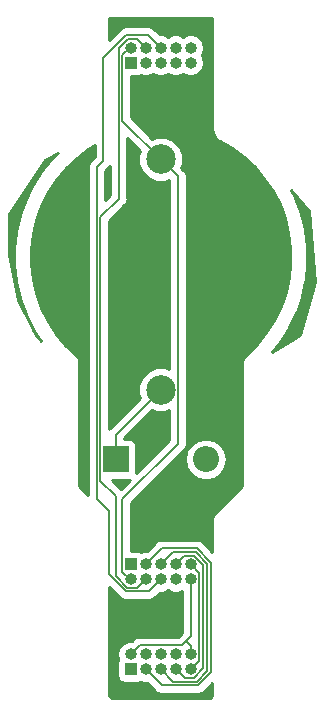
<source format=gbr>
G04 #@! TF.GenerationSoftware,KiCad,Pcbnew,(5.0.0)*
G04 #@! TF.CreationDate,2020-03-15T13:45:47-04:00*
G04 #@! TF.ProjectId,JTAG_TARGET_PWR,4A5441475F5441524745545F5057522E,rev?*
G04 #@! TF.SameCoordinates,Original*
G04 #@! TF.FileFunction,Copper,L2,Bot,Signal*
G04 #@! TF.FilePolarity,Positive*
%FSLAX46Y46*%
G04 Gerber Fmt 4.6, Leading zero omitted, Abs format (unit mm)*
G04 Created by KiCad (PCBNEW (5.0.0)) date 03/15/20 13:45:47*
%MOMM*%
%LPD*%
G01*
G04 APERTURE LIST*
G04 #@! TA.AperFunction,ComponentPad*
%ADD10O,1.000000X1.000000*%
G04 #@! TD*
G04 #@! TA.AperFunction,ComponentPad*
%ADD11R,1.000000X1.000000*%
G04 #@! TD*
G04 #@! TA.AperFunction,ComponentPad*
%ADD12O,2.200000X2.200000*%
G04 #@! TD*
G04 #@! TA.AperFunction,ComponentPad*
%ADD13R,2.200000X2.200000*%
G04 #@! TD*
G04 #@! TA.AperFunction,ComponentPad*
%ADD14C,2.500000*%
G04 #@! TD*
G04 #@! TA.AperFunction,Conductor*
%ADD15C,0.200000*%
G04 #@! TD*
G04 #@! TA.AperFunction,NonConductor*
%ADD16C,0.254000*%
G04 #@! TD*
G04 APERTURE END LIST*
D10*
G04 #@! TO.P,J1,10*
G04 #@! TO.N,GND*
X154940000Y-85800000D03*
G04 #@! TO.P,J1,9*
G04 #@! TO.N,TDI*
X154940000Y-87070000D03*
G04 #@! TO.P,J1,8*
G04 #@! TO.N,N/C*
X153670000Y-85800000D03*
G04 #@! TO.P,J1,7*
G04 #@! TO.N,VCC*
X153670000Y-87070000D03*
G04 #@! TO.P,J1,6*
G04 #@! TO.N,RST*
X152400000Y-85800000D03*
G04 #@! TO.P,J1,5*
G04 #@! TO.N,TMS*
X152400000Y-87070000D03*
G04 #@! TO.P,J1,4*
G04 #@! TO.N,VREF*
X151130000Y-85800000D03*
G04 #@! TO.P,J1,3*
G04 #@! TO.N,TDO*
X151130000Y-87070000D03*
G04 #@! TO.P,J1,2*
G04 #@! TO.N,GND*
X149860000Y-85800000D03*
D11*
G04 #@! TO.P,J1,1*
G04 #@! TO.N,TCK*
X149860000Y-87070000D03*
G04 #@! TD*
G04 #@! TO.P,J2,1*
G04 #@! TO.N,TCK*
X149860000Y-138430000D03*
D10*
G04 #@! TO.P,J2,2*
G04 #@! TO.N,GND*
X149860000Y-137160000D03*
G04 #@! TO.P,J2,3*
G04 #@! TO.N,TDO*
X151130000Y-138430000D03*
G04 #@! TO.P,J2,4*
G04 #@! TO.N,VREF*
X151130000Y-137160000D03*
G04 #@! TO.P,J2,5*
G04 #@! TO.N,TMS*
X152400000Y-138430000D03*
G04 #@! TO.P,J2,6*
G04 #@! TO.N,RST*
X152400000Y-137160000D03*
G04 #@! TO.P,J2,7*
G04 #@! TO.N,VCC*
X153670000Y-138430000D03*
G04 #@! TO.P,J2,8*
G04 #@! TO.N,N/C*
X153670000Y-137160000D03*
G04 #@! TO.P,J2,9*
G04 #@! TO.N,TDI*
X154940000Y-138430000D03*
G04 #@! TO.P,J2,10*
G04 #@! TO.N,GND*
X154940000Y-137160000D03*
G04 #@! TD*
G04 #@! TO.P,J3,10*
G04 #@! TO.N,GND*
X154940000Y-130810000D03*
G04 #@! TO.P,J3,9*
G04 #@! TO.N,TDI*
X154940000Y-129540000D03*
G04 #@! TO.P,J3,8*
G04 #@! TO.N,N/C*
X153670000Y-130810000D03*
G04 #@! TO.P,J3,7*
G04 #@! TO.N,VCC*
X153670000Y-129540000D03*
G04 #@! TO.P,J3,6*
G04 #@! TO.N,RST*
X152400000Y-130810000D03*
G04 #@! TO.P,J3,5*
G04 #@! TO.N,TMS*
X152400000Y-129540000D03*
G04 #@! TO.P,J3,4*
G04 #@! TO.N,VREF*
X151130000Y-130810000D03*
G04 #@! TO.P,J3,3*
G04 #@! TO.N,TDO*
X151130000Y-129540000D03*
G04 #@! TO.P,J3,2*
G04 #@! TO.N,GND*
X149860000Y-130810000D03*
D11*
G04 #@! TO.P,J3,1*
G04 #@! TO.N,TCK*
X149860000Y-129540000D03*
G04 #@! TD*
D12*
G04 #@! TO.P,SW1,2*
G04 #@! TO.N,VCC*
X156210000Y-120650000D03*
D13*
G04 #@! TO.P,SW1,1*
G04 #@! TO.N,Net-(SW1-Pad1)*
X148590000Y-120650000D03*
G04 #@! TD*
D14*
G04 #@! TO.P,U1,1*
G04 #@! TO.N,GND*
X152400000Y-95250000D03*
G04 #@! TO.P,U1,2*
G04 #@! TO.N,Net-(SW1-Pad1)*
X152400000Y-114750000D03*
G04 #@! TD*
D15*
G04 #@! TO.N,GND*
X154535800Y-136055400D02*
X154185600Y-136405600D01*
X154185600Y-136405600D02*
X150614400Y-136405600D01*
X150614400Y-136405600D02*
X149860000Y-137160000D01*
X154940000Y-130810000D02*
X154940000Y-135651200D01*
X154940000Y-135651200D02*
X154535800Y-136055400D01*
X154535800Y-136055400D02*
X154940000Y-136459700D01*
X154940000Y-137160000D02*
X154940000Y-136459700D01*
X149860000Y-85800000D02*
X149785000Y-85800000D01*
X149785000Y-85800000D02*
X149159600Y-86425400D01*
X149159600Y-86425400D02*
X149159600Y-92009600D01*
X149159600Y-92009600D02*
X152400000Y-95250000D01*
X149860000Y-130810000D02*
X149789200Y-130810000D01*
X149789200Y-130810000D02*
X149159600Y-130180400D01*
X149159600Y-130180400D02*
X149159600Y-124040400D01*
X149159600Y-124040400D02*
X153855700Y-119344300D01*
X153855700Y-119344300D02*
X153855700Y-96705700D01*
X153855700Y-96705700D02*
X152400000Y-95250000D01*
G04 #@! TO.N,TDI*
X154940000Y-138430000D02*
X155665100Y-137704900D01*
X155665100Y-137704900D02*
X155665100Y-130265100D01*
X155665100Y-130265100D02*
X154940000Y-129540000D01*
G04 #@! TO.N,VCC*
X153670000Y-129540000D02*
X154378100Y-128831900D01*
X154378100Y-128831900D02*
X155239600Y-128831900D01*
X155239600Y-128831900D02*
X156017300Y-129609600D01*
X156017300Y-129609600D02*
X156017300Y-138356900D01*
X156017300Y-138356900D02*
X155194000Y-139180200D01*
X155194000Y-139180200D02*
X154420200Y-139180200D01*
X154420200Y-139180200D02*
X153670000Y-138430000D01*
G04 #@! TO.N,RST*
X152400000Y-130810000D02*
X151388400Y-131821600D01*
X151388400Y-131821600D02*
X149437500Y-131821600D01*
X149437500Y-131821600D02*
X148011300Y-130395400D01*
X148011300Y-130395400D02*
X148011300Y-125010600D01*
X148011300Y-125010600D02*
X146973000Y-123972300D01*
X146973000Y-123972300D02*
X146973000Y-95921000D01*
X146973000Y-95921000D02*
X147530400Y-95363600D01*
X147530400Y-95363600D02*
X147530400Y-86680100D01*
X147530400Y-86680100D02*
X149479600Y-84730900D01*
X149479600Y-84730900D02*
X151330900Y-84730900D01*
X151330900Y-84730900D02*
X152400000Y-85800000D01*
G04 #@! TO.N,TMS*
X152400000Y-138430000D02*
X153450600Y-139480600D01*
X153450600Y-139480600D02*
X155429100Y-139480600D01*
X155429100Y-139480600D02*
X156318000Y-138591700D01*
X156318000Y-138591700D02*
X156318000Y-129485400D01*
X156318000Y-129485400D02*
X155357100Y-128524500D01*
X155357100Y-128524500D02*
X153415500Y-128524500D01*
X153415500Y-128524500D02*
X152400000Y-129540000D01*
G04 #@! TO.N,VREF*
X151130000Y-130810000D02*
X150429000Y-131511000D01*
X150429000Y-131511000D02*
X149570200Y-131511000D01*
X149570200Y-131511000D02*
X148580000Y-130520800D01*
X148580000Y-130520800D02*
X148580000Y-123740700D01*
X148580000Y-123740700D02*
X147289700Y-122450400D01*
X147289700Y-122450400D02*
X147289700Y-100137200D01*
X147289700Y-100137200D02*
X148839600Y-98587300D01*
X148839600Y-98587300D02*
X148839600Y-85795800D01*
X148839600Y-85795800D02*
X149604100Y-85031300D01*
X149604100Y-85031300D02*
X150361300Y-85031300D01*
X150361300Y-85031300D02*
X151130000Y-85800000D01*
G04 #@! TO.N,TDO*
X151130000Y-129540000D02*
X152467600Y-128202400D01*
X152467600Y-128202400D02*
X155459900Y-128202400D01*
X155459900Y-128202400D02*
X156672000Y-129414500D01*
X156672000Y-129414500D02*
X156672000Y-138662600D01*
X156672000Y-138662600D02*
X155553600Y-139781000D01*
X155553600Y-139781000D02*
X152481000Y-139781000D01*
X152481000Y-139781000D02*
X151130000Y-138430000D01*
G04 #@! TO.N,Net-(SW1-Pad1)*
X152400000Y-114750000D02*
X148590000Y-118560000D01*
X148590000Y-118560000D02*
X148590000Y-120650000D01*
G04 #@! TD*
D16*
G36*
X148866590Y-132290137D02*
X148907595Y-132351505D01*
X149150717Y-132513954D01*
X149365112Y-132556600D01*
X149365115Y-132556600D01*
X149437499Y-132570998D01*
X149509883Y-132556600D01*
X151316016Y-132556600D01*
X151388400Y-132570998D01*
X151460784Y-132556600D01*
X151460788Y-132556600D01*
X151675183Y-132513954D01*
X151918305Y-132351505D01*
X151959311Y-132290135D01*
X152304446Y-131945000D01*
X152511783Y-131945000D01*
X152842855Y-131879146D01*
X153035000Y-131750759D01*
X153227145Y-131879146D01*
X153558217Y-131945000D01*
X153781783Y-131945000D01*
X154112855Y-131879146D01*
X154205000Y-131817577D01*
X154205001Y-135346753D01*
X154067295Y-135484459D01*
X154005961Y-135525430D01*
X153964924Y-135586830D01*
X153881154Y-135670600D01*
X150686788Y-135670600D01*
X150614400Y-135656201D01*
X150542012Y-135670600D01*
X150327617Y-135713246D01*
X150084495Y-135875695D01*
X150043490Y-135937063D01*
X149955553Y-136025000D01*
X149748217Y-136025000D01*
X149417145Y-136090854D01*
X149041711Y-136341711D01*
X148790854Y-136717145D01*
X148702765Y-137160000D01*
X148790854Y-137602855D01*
X148802869Y-137620836D01*
X148761843Y-137682235D01*
X148712560Y-137930000D01*
X148712560Y-138930000D01*
X148761843Y-139177765D01*
X148902191Y-139387809D01*
X149112235Y-139528157D01*
X149360000Y-139577440D01*
X150360000Y-139577440D01*
X150607765Y-139528157D01*
X150669164Y-139487131D01*
X150687145Y-139499146D01*
X151018217Y-139565000D01*
X151225554Y-139565000D01*
X151910090Y-140249537D01*
X151951095Y-140310905D01*
X152194217Y-140473354D01*
X152408612Y-140516000D01*
X152481000Y-140530399D01*
X152553388Y-140516000D01*
X155481216Y-140516000D01*
X155553600Y-140530398D01*
X155625984Y-140516000D01*
X155625988Y-140516000D01*
X155840383Y-140473354D01*
X156083505Y-140310905D01*
X156124511Y-140249535D01*
X156770000Y-139604047D01*
X156770000Y-140675909D01*
X156550909Y-140895000D01*
X148249091Y-140895000D01*
X148030000Y-140675909D01*
X148030000Y-131453546D01*
X148866590Y-132290137D01*
X148866590Y-132290137D01*
G37*
X148866590Y-132290137D02*
X148907595Y-132351505D01*
X149150717Y-132513954D01*
X149365112Y-132556600D01*
X149365115Y-132556600D01*
X149437499Y-132570998D01*
X149509883Y-132556600D01*
X151316016Y-132556600D01*
X151388400Y-132570998D01*
X151460784Y-132556600D01*
X151460788Y-132556600D01*
X151675183Y-132513954D01*
X151918305Y-132351505D01*
X151959311Y-132290135D01*
X152304446Y-131945000D01*
X152511783Y-131945000D01*
X152842855Y-131879146D01*
X153035000Y-131750759D01*
X153227145Y-131879146D01*
X153558217Y-131945000D01*
X153781783Y-131945000D01*
X154112855Y-131879146D01*
X154205000Y-131817577D01*
X154205001Y-135346753D01*
X154067295Y-135484459D01*
X154005961Y-135525430D01*
X153964924Y-135586830D01*
X153881154Y-135670600D01*
X150686788Y-135670600D01*
X150614400Y-135656201D01*
X150542012Y-135670600D01*
X150327617Y-135713246D01*
X150084495Y-135875695D01*
X150043490Y-135937063D01*
X149955553Y-136025000D01*
X149748217Y-136025000D01*
X149417145Y-136090854D01*
X149041711Y-136341711D01*
X148790854Y-136717145D01*
X148702765Y-137160000D01*
X148790854Y-137602855D01*
X148802869Y-137620836D01*
X148761843Y-137682235D01*
X148712560Y-137930000D01*
X148712560Y-138930000D01*
X148761843Y-139177765D01*
X148902191Y-139387809D01*
X149112235Y-139528157D01*
X149360000Y-139577440D01*
X150360000Y-139577440D01*
X150607765Y-139528157D01*
X150669164Y-139487131D01*
X150687145Y-139499146D01*
X151018217Y-139565000D01*
X151225554Y-139565000D01*
X151910090Y-140249537D01*
X151951095Y-140310905D01*
X152194217Y-140473354D01*
X152408612Y-140516000D01*
X152481000Y-140530399D01*
X152553388Y-140516000D01*
X155481216Y-140516000D01*
X155553600Y-140530398D01*
X155625984Y-140516000D01*
X155625988Y-140516000D01*
X155840383Y-140473354D01*
X156083505Y-140310905D01*
X156124511Y-140249535D01*
X156770000Y-139604047D01*
X156770000Y-140675909D01*
X156550909Y-140895000D01*
X148249091Y-140895000D01*
X148030000Y-140675909D01*
X148030000Y-131453546D01*
X148866590Y-132290137D01*
G36*
X156745001Y-91512388D02*
X156770000Y-91638067D01*
X156770001Y-92640071D01*
X156756091Y-92710000D01*
X156806555Y-92963695D01*
X156811196Y-92987028D01*
X156934144Y-93171033D01*
X156961195Y-93307027D01*
X157118119Y-93541880D01*
X157352972Y-93698805D01*
X157380902Y-93704361D01*
X158416286Y-94298893D01*
X159434543Y-95051403D01*
X160359552Y-95915952D01*
X161179070Y-96881102D01*
X161882220Y-97934038D01*
X162459691Y-99060821D01*
X162903821Y-100246495D01*
X163208734Y-101475378D01*
X163370381Y-102731150D01*
X163386622Y-103997192D01*
X163257242Y-105256688D01*
X162983952Y-106492988D01*
X162570381Y-107689671D01*
X162022004Y-108830894D01*
X161346094Y-109901523D01*
X160551601Y-110887378D01*
X159635876Y-111788357D01*
X159588555Y-111829374D01*
X159508120Y-111883119D01*
X159351196Y-112117972D01*
X159310001Y-112325074D01*
X159310000Y-120084925D01*
X159310001Y-120084930D01*
X159310000Y-122895909D01*
X157027402Y-125178508D01*
X156968120Y-125218119D01*
X156928510Y-125277400D01*
X156811196Y-125452972D01*
X156756091Y-125730000D01*
X156770001Y-125799929D01*
X156770001Y-128473054D01*
X156030811Y-127733865D01*
X155989805Y-127672495D01*
X155746683Y-127510046D01*
X155532288Y-127467400D01*
X155532284Y-127467400D01*
X155459900Y-127453002D01*
X155387516Y-127467400D01*
X152539983Y-127467400D01*
X152467599Y-127453002D01*
X152395215Y-127467400D01*
X152395212Y-127467400D01*
X152180817Y-127510046D01*
X151937695Y-127672495D01*
X151896690Y-127733863D01*
X151225554Y-128405000D01*
X151018217Y-128405000D01*
X150687145Y-128470854D01*
X150669164Y-128482869D01*
X150607765Y-128441843D01*
X150360000Y-128392560D01*
X149894600Y-128392560D01*
X149894600Y-124344846D01*
X153589446Y-120650000D01*
X154441010Y-120650000D01*
X154575666Y-121326963D01*
X154959135Y-121900865D01*
X155533037Y-122284334D01*
X156039120Y-122385000D01*
X156380880Y-122385000D01*
X156886963Y-122284334D01*
X157460865Y-121900865D01*
X157844334Y-121326963D01*
X157978990Y-120650000D01*
X157844334Y-119973037D01*
X157460865Y-119399135D01*
X156886963Y-119015666D01*
X156380880Y-118915000D01*
X156039120Y-118915000D01*
X155533037Y-119015666D01*
X154959135Y-119399135D01*
X154575666Y-119973037D01*
X154441010Y-120650000D01*
X153589446Y-120650000D01*
X154324238Y-119915209D01*
X154385605Y-119874205D01*
X154548054Y-119631083D01*
X154590700Y-119416688D01*
X154590700Y-119416685D01*
X154605098Y-119344301D01*
X154590700Y-119271917D01*
X154590700Y-96778088D01*
X154605099Y-96705700D01*
X154554417Y-96450905D01*
X154548054Y-96418917D01*
X154385605Y-96175795D01*
X154324237Y-96134790D01*
X154147164Y-95957717D01*
X154285000Y-95624950D01*
X154285000Y-94875050D01*
X153998026Y-94182233D01*
X153467767Y-93651974D01*
X152774950Y-93365000D01*
X152025050Y-93365000D01*
X151692283Y-93502836D01*
X149894600Y-91705154D01*
X149894600Y-88217440D01*
X150360000Y-88217440D01*
X150607765Y-88168157D01*
X150669164Y-88127131D01*
X150687145Y-88139146D01*
X151018217Y-88205000D01*
X151241783Y-88205000D01*
X151572855Y-88139146D01*
X151765000Y-88010759D01*
X151957145Y-88139146D01*
X152288217Y-88205000D01*
X152511783Y-88205000D01*
X152842855Y-88139146D01*
X153035000Y-88010759D01*
X153227145Y-88139146D01*
X153558217Y-88205000D01*
X153781783Y-88205000D01*
X154112855Y-88139146D01*
X154305000Y-88010759D01*
X154497145Y-88139146D01*
X154828217Y-88205000D01*
X155051783Y-88205000D01*
X155382855Y-88139146D01*
X155758289Y-87888289D01*
X156009146Y-87512855D01*
X156097235Y-87070000D01*
X156009146Y-86627145D01*
X155880759Y-86435000D01*
X156009146Y-86242855D01*
X156097235Y-85800000D01*
X156009146Y-85357145D01*
X155758289Y-84981711D01*
X155382855Y-84730854D01*
X155051783Y-84665000D01*
X154828217Y-84665000D01*
X154497145Y-84730854D01*
X154305000Y-84859241D01*
X154112855Y-84730854D01*
X153781783Y-84665000D01*
X153558217Y-84665000D01*
X153227145Y-84730854D01*
X153035000Y-84859241D01*
X152842855Y-84730854D01*
X152511783Y-84665000D01*
X152304446Y-84665000D01*
X151901811Y-84262365D01*
X151860805Y-84200995D01*
X151617683Y-84038546D01*
X151403288Y-83995900D01*
X151403284Y-83995900D01*
X151330900Y-83981502D01*
X151258516Y-83995900D01*
X149551983Y-83995900D01*
X149479599Y-83981502D01*
X149407215Y-83995900D01*
X149407212Y-83995900D01*
X149192817Y-84038546D01*
X148949695Y-84200995D01*
X148908690Y-84262363D01*
X148055000Y-85116053D01*
X148055000Y-83285000D01*
X156745000Y-83285000D01*
X156745001Y-91512388D01*
X156745001Y-91512388D01*
G37*
X156745001Y-91512388D02*
X156770000Y-91638067D01*
X156770001Y-92640071D01*
X156756091Y-92710000D01*
X156806555Y-92963695D01*
X156811196Y-92987028D01*
X156934144Y-93171033D01*
X156961195Y-93307027D01*
X157118119Y-93541880D01*
X157352972Y-93698805D01*
X157380902Y-93704361D01*
X158416286Y-94298893D01*
X159434543Y-95051403D01*
X160359552Y-95915952D01*
X161179070Y-96881102D01*
X161882220Y-97934038D01*
X162459691Y-99060821D01*
X162903821Y-100246495D01*
X163208734Y-101475378D01*
X163370381Y-102731150D01*
X163386622Y-103997192D01*
X163257242Y-105256688D01*
X162983952Y-106492988D01*
X162570381Y-107689671D01*
X162022004Y-108830894D01*
X161346094Y-109901523D01*
X160551601Y-110887378D01*
X159635876Y-111788357D01*
X159588555Y-111829374D01*
X159508120Y-111883119D01*
X159351196Y-112117972D01*
X159310001Y-112325074D01*
X159310000Y-120084925D01*
X159310001Y-120084930D01*
X159310000Y-122895909D01*
X157027402Y-125178508D01*
X156968120Y-125218119D01*
X156928510Y-125277400D01*
X156811196Y-125452972D01*
X156756091Y-125730000D01*
X156770001Y-125799929D01*
X156770001Y-128473054D01*
X156030811Y-127733865D01*
X155989805Y-127672495D01*
X155746683Y-127510046D01*
X155532288Y-127467400D01*
X155532284Y-127467400D01*
X155459900Y-127453002D01*
X155387516Y-127467400D01*
X152539983Y-127467400D01*
X152467599Y-127453002D01*
X152395215Y-127467400D01*
X152395212Y-127467400D01*
X152180817Y-127510046D01*
X151937695Y-127672495D01*
X151896690Y-127733863D01*
X151225554Y-128405000D01*
X151018217Y-128405000D01*
X150687145Y-128470854D01*
X150669164Y-128482869D01*
X150607765Y-128441843D01*
X150360000Y-128392560D01*
X149894600Y-128392560D01*
X149894600Y-124344846D01*
X153589446Y-120650000D01*
X154441010Y-120650000D01*
X154575666Y-121326963D01*
X154959135Y-121900865D01*
X155533037Y-122284334D01*
X156039120Y-122385000D01*
X156380880Y-122385000D01*
X156886963Y-122284334D01*
X157460865Y-121900865D01*
X157844334Y-121326963D01*
X157978990Y-120650000D01*
X157844334Y-119973037D01*
X157460865Y-119399135D01*
X156886963Y-119015666D01*
X156380880Y-118915000D01*
X156039120Y-118915000D01*
X155533037Y-119015666D01*
X154959135Y-119399135D01*
X154575666Y-119973037D01*
X154441010Y-120650000D01*
X153589446Y-120650000D01*
X154324238Y-119915209D01*
X154385605Y-119874205D01*
X154548054Y-119631083D01*
X154590700Y-119416688D01*
X154590700Y-119416685D01*
X154605098Y-119344301D01*
X154590700Y-119271917D01*
X154590700Y-96778088D01*
X154605099Y-96705700D01*
X154554417Y-96450905D01*
X154548054Y-96418917D01*
X154385605Y-96175795D01*
X154324237Y-96134790D01*
X154147164Y-95957717D01*
X154285000Y-95624950D01*
X154285000Y-94875050D01*
X153998026Y-94182233D01*
X153467767Y-93651974D01*
X152774950Y-93365000D01*
X152025050Y-93365000D01*
X151692283Y-93502836D01*
X149894600Y-91705154D01*
X149894600Y-88217440D01*
X150360000Y-88217440D01*
X150607765Y-88168157D01*
X150669164Y-88127131D01*
X150687145Y-88139146D01*
X151018217Y-88205000D01*
X151241783Y-88205000D01*
X151572855Y-88139146D01*
X151765000Y-88010759D01*
X151957145Y-88139146D01*
X152288217Y-88205000D01*
X152511783Y-88205000D01*
X152842855Y-88139146D01*
X153035000Y-88010759D01*
X153227145Y-88139146D01*
X153558217Y-88205000D01*
X153781783Y-88205000D01*
X154112855Y-88139146D01*
X154305000Y-88010759D01*
X154497145Y-88139146D01*
X154828217Y-88205000D01*
X155051783Y-88205000D01*
X155382855Y-88139146D01*
X155758289Y-87888289D01*
X156009146Y-87512855D01*
X156097235Y-87070000D01*
X156009146Y-86627145D01*
X155880759Y-86435000D01*
X156009146Y-86242855D01*
X156097235Y-85800000D01*
X156009146Y-85357145D01*
X155758289Y-84981711D01*
X155382855Y-84730854D01*
X155051783Y-84665000D01*
X154828217Y-84665000D01*
X154497145Y-84730854D01*
X154305000Y-84859241D01*
X154112855Y-84730854D01*
X153781783Y-84665000D01*
X153558217Y-84665000D01*
X153227145Y-84730854D01*
X153035000Y-84859241D01*
X152842855Y-84730854D01*
X152511783Y-84665000D01*
X152304446Y-84665000D01*
X151901811Y-84262365D01*
X151860805Y-84200995D01*
X151617683Y-84038546D01*
X151403288Y-83995900D01*
X151403284Y-83995900D01*
X151330900Y-83981502D01*
X151258516Y-83995900D01*
X149551983Y-83995900D01*
X149479599Y-83981502D01*
X149407215Y-83995900D01*
X149407212Y-83995900D01*
X149192817Y-84038546D01*
X148949695Y-84200995D01*
X148908690Y-84262363D01*
X148055000Y-85116053D01*
X148055000Y-83285000D01*
X156745000Y-83285000D01*
X156745001Y-91512388D01*
G36*
X146795400Y-95059153D02*
X146504463Y-95350091D01*
X146443096Y-95391095D01*
X146402092Y-95452462D01*
X146402091Y-95452463D01*
X146280646Y-95634218D01*
X146223602Y-95921000D01*
X146238001Y-95993389D01*
X146238000Y-123643910D01*
X145490000Y-122895910D01*
X145490000Y-112325074D01*
X145476246Y-112255926D01*
X145476241Y-112255893D01*
X145476233Y-112255862D01*
X145448805Y-112117972D01*
X145291880Y-111883119D01*
X145226900Y-111839701D01*
X144330535Y-110977070D01*
X143525193Y-110000067D01*
X142837485Y-108936979D01*
X142276522Y-107801894D01*
X141849741Y-106609853D01*
X141562795Y-105376655D01*
X141419493Y-104118657D01*
X141421732Y-102852518D01*
X141569481Y-101595035D01*
X141860783Y-100362867D01*
X142291777Y-99172341D01*
X142856746Y-98039251D01*
X143548214Y-96978592D01*
X144357002Y-96004448D01*
X145272402Y-95129713D01*
X146282267Y-94365993D01*
X146795400Y-94063750D01*
X146795400Y-95059153D01*
X146795400Y-95059153D01*
G37*
X146795400Y-95059153D02*
X146504463Y-95350091D01*
X146443096Y-95391095D01*
X146402092Y-95452462D01*
X146402091Y-95452463D01*
X146280646Y-95634218D01*
X146223602Y-95921000D01*
X146238001Y-95993389D01*
X146238000Y-123643910D01*
X145490000Y-122895910D01*
X145490000Y-112325074D01*
X145476246Y-112255926D01*
X145476241Y-112255893D01*
X145476233Y-112255862D01*
X145448805Y-112117972D01*
X145291880Y-111883119D01*
X145226900Y-111839701D01*
X144330535Y-110977070D01*
X143525193Y-110000067D01*
X142837485Y-108936979D01*
X142276522Y-107801894D01*
X141849741Y-106609853D01*
X141562795Y-105376655D01*
X141419493Y-104118657D01*
X141421732Y-102852518D01*
X141569481Y-101595035D01*
X141860783Y-100362867D01*
X142291777Y-99172341D01*
X142856746Y-98039251D01*
X143548214Y-96978592D01*
X144357002Y-96004448D01*
X145272402Y-95129713D01*
X146282267Y-94365993D01*
X146795400Y-94063750D01*
X146795400Y-95059153D01*
G36*
X149019650Y-123140904D02*
X148276186Y-122397440D01*
X149690000Y-122397440D01*
X149781268Y-122379286D01*
X149019650Y-123140904D01*
X149019650Y-123140904D01*
G37*
X149019650Y-123140904D02*
X148276186Y-122397440D01*
X149690000Y-122397440D01*
X149781268Y-122379286D01*
X149019650Y-123140904D01*
G36*
X153120700Y-119039853D02*
X150319286Y-121841268D01*
X150337440Y-121750000D01*
X150337440Y-119550000D01*
X150288157Y-119302235D01*
X150147809Y-119092191D01*
X149937765Y-118951843D01*
X149690000Y-118902560D01*
X149325000Y-118902560D01*
X149325000Y-118864446D01*
X151692283Y-116497164D01*
X152025050Y-116635000D01*
X152774950Y-116635000D01*
X153120700Y-116491786D01*
X153120700Y-119039853D01*
X153120700Y-119039853D01*
G37*
X153120700Y-119039853D02*
X150319286Y-121841268D01*
X150337440Y-121750000D01*
X150337440Y-119550000D01*
X150288157Y-119302235D01*
X150147809Y-119092191D01*
X149937765Y-118951843D01*
X149690000Y-118902560D01*
X149325000Y-118902560D01*
X149325000Y-118864446D01*
X151692283Y-116497164D01*
X152025050Y-116635000D01*
X152774950Y-116635000D01*
X153120700Y-116491786D01*
X153120700Y-119039853D01*
G36*
X150652836Y-94542283D02*
X150515000Y-94875050D01*
X150515000Y-95624950D01*
X150801974Y-96317767D01*
X151332233Y-96848026D01*
X152025050Y-97135000D01*
X152774950Y-97135000D01*
X153107717Y-96997164D01*
X153120701Y-97010148D01*
X153120700Y-113008214D01*
X152774950Y-112865000D01*
X152025050Y-112865000D01*
X151332233Y-113151974D01*
X150801974Y-113682233D01*
X150515000Y-114375050D01*
X150515000Y-115124950D01*
X150652836Y-115457717D01*
X148121465Y-117989089D01*
X148060095Y-118030095D01*
X148024700Y-118083068D01*
X148024700Y-100441646D01*
X149308138Y-99158209D01*
X149369505Y-99117205D01*
X149531954Y-98874083D01*
X149574600Y-98659688D01*
X149574600Y-98659687D01*
X149588999Y-98587300D01*
X149574600Y-98514912D01*
X149574600Y-93464046D01*
X150652836Y-94542283D01*
X150652836Y-94542283D01*
G37*
X150652836Y-94542283D02*
X150515000Y-94875050D01*
X150515000Y-95624950D01*
X150801974Y-96317767D01*
X151332233Y-96848026D01*
X152025050Y-97135000D01*
X152774950Y-97135000D01*
X153107717Y-96997164D01*
X153120701Y-97010148D01*
X153120700Y-113008214D01*
X152774950Y-112865000D01*
X152025050Y-112865000D01*
X151332233Y-113151974D01*
X150801974Y-113682233D01*
X150515000Y-114375050D01*
X150515000Y-115124950D01*
X150652836Y-115457717D01*
X148121465Y-117989089D01*
X148060095Y-118030095D01*
X148024700Y-118083068D01*
X148024700Y-100441646D01*
X149308138Y-99158209D01*
X149369505Y-99117205D01*
X149531954Y-98874083D01*
X149574600Y-98659688D01*
X149574600Y-98659687D01*
X149588999Y-98587300D01*
X149574600Y-98514912D01*
X149574600Y-93464046D01*
X150652836Y-94542283D01*
G36*
X164976909Y-99620185D02*
X165479552Y-105651901D01*
X164229370Y-110152556D01*
X161830159Y-111563857D01*
X162477430Y-110760682D01*
X162494727Y-110736491D01*
X162512772Y-110712860D01*
X162524965Y-110694201D01*
X162524973Y-110694190D01*
X162524977Y-110694182D01*
X163244592Y-109554325D01*
X163258990Y-109528314D01*
X163274203Y-109502759D01*
X163284168Y-109482828D01*
X163284178Y-109482809D01*
X163284184Y-109482795D01*
X163868015Y-108267789D01*
X163879330Y-108240291D01*
X163891503Y-108213161D01*
X163899107Y-108192225D01*
X163899119Y-108192197D01*
X163899125Y-108192176D01*
X164339435Y-106918123D01*
X164347514Y-106889508D01*
X164356488Y-106861158D01*
X164361644Y-106839457D01*
X164652605Y-105523219D01*
X164657343Y-105493854D01*
X164662997Y-105464671D01*
X164665621Y-105442545D01*
X164665625Y-105442522D01*
X164665626Y-105442505D01*
X164803372Y-104101565D01*
X164804702Y-104071877D01*
X164806967Y-104042211D01*
X164807031Y-104019906D01*
X164789740Y-102672003D01*
X164787647Y-102642336D01*
X164786488Y-102612628D01*
X164783988Y-102590464D01*
X164611887Y-101253481D01*
X164606399Y-101224254D01*
X164601833Y-101194875D01*
X164596802Y-101173145D01*
X164272174Y-99864804D01*
X164263365Y-99836408D01*
X164255450Y-99807740D01*
X164247959Y-99786748D01*
X164247955Y-99786734D01*
X164247951Y-99786725D01*
X163775099Y-98524374D01*
X163763086Y-98497182D01*
X163751928Y-98469612D01*
X163742068Y-98449605D01*
X163444353Y-97868693D01*
X164976909Y-99620185D01*
X164976909Y-99620185D01*
G37*
X164976909Y-99620185D02*
X165479552Y-105651901D01*
X164229370Y-110152556D01*
X161830159Y-111563857D01*
X162477430Y-110760682D01*
X162494727Y-110736491D01*
X162512772Y-110712860D01*
X162524965Y-110694201D01*
X162524973Y-110694190D01*
X162524977Y-110694182D01*
X163244592Y-109554325D01*
X163258990Y-109528314D01*
X163274203Y-109502759D01*
X163284168Y-109482828D01*
X163284178Y-109482809D01*
X163284184Y-109482795D01*
X163868015Y-108267789D01*
X163879330Y-108240291D01*
X163891503Y-108213161D01*
X163899107Y-108192225D01*
X163899119Y-108192197D01*
X163899125Y-108192176D01*
X164339435Y-106918123D01*
X164347514Y-106889508D01*
X164356488Y-106861158D01*
X164361644Y-106839457D01*
X164652605Y-105523219D01*
X164657343Y-105493854D01*
X164662997Y-105464671D01*
X164665621Y-105442545D01*
X164665625Y-105442522D01*
X164665626Y-105442505D01*
X164803372Y-104101565D01*
X164804702Y-104071877D01*
X164806967Y-104042211D01*
X164807031Y-104019906D01*
X164789740Y-102672003D01*
X164787647Y-102642336D01*
X164786488Y-102612628D01*
X164783988Y-102590464D01*
X164611887Y-101253481D01*
X164606399Y-101224254D01*
X164601833Y-101194875D01*
X164596802Y-101173145D01*
X164272174Y-99864804D01*
X164263365Y-99836408D01*
X164255450Y-99807740D01*
X164247959Y-99786748D01*
X164247955Y-99786734D01*
X164247951Y-99786725D01*
X163775099Y-98524374D01*
X163763086Y-98497182D01*
X163751928Y-98469612D01*
X163742068Y-98449605D01*
X163444353Y-97868693D01*
X164976909Y-99620185D01*
G36*
X143346376Y-95006093D02*
X143326100Y-95027835D01*
X143305143Y-95048938D01*
X143290628Y-95065873D01*
X142429537Y-96103014D01*
X142411898Y-96126938D01*
X142393501Y-96150315D01*
X142381028Y-96168806D01*
X141644850Y-97298046D01*
X141630069Y-97323854D01*
X141614491Y-97349174D01*
X141604226Y-97368977D01*
X141002718Y-98575347D01*
X140991005Y-98602674D01*
X140978436Y-98629626D01*
X140970515Y-98650477D01*
X140511650Y-99917988D01*
X140503158Y-99946471D01*
X140493767Y-99974699D01*
X140488296Y-99996322D01*
X140178156Y-101308173D01*
X140172991Y-101337460D01*
X140166910Y-101366563D01*
X140163963Y-101388648D01*
X140163959Y-101388671D01*
X140163958Y-101388688D01*
X140006656Y-102727476D01*
X140004892Y-102757157D01*
X140002196Y-102786772D01*
X140001806Y-102809073D01*
X139999423Y-104157085D01*
X140001082Y-104186777D01*
X140001808Y-104216500D01*
X140003984Y-104238698D01*
X140156553Y-105578050D01*
X140161615Y-105607359D01*
X140165751Y-105636798D01*
X140170464Y-105658599D01*
X140475964Y-106971539D01*
X140484365Y-107000085D01*
X140491854Y-107028840D01*
X140499041Y-107049954D01*
X140953421Y-108319079D01*
X140965035Y-108346443D01*
X140975791Y-108374175D01*
X140985350Y-108394303D01*
X140985358Y-108394323D01*
X140985366Y-108394337D01*
X141582597Y-109602812D01*
X141597289Y-109628676D01*
X141611152Y-109654971D01*
X141622971Y-109673886D01*
X142230061Y-110612351D01*
X141838306Y-110164631D01*
X140329199Y-107146418D01*
X139573000Y-103365423D01*
X139573000Y-99860452D01*
X142583828Y-95344210D01*
X143682202Y-94685186D01*
X143346376Y-95006093D01*
X143346376Y-95006093D01*
G37*
X143346376Y-95006093D02*
X143326100Y-95027835D01*
X143305143Y-95048938D01*
X143290628Y-95065873D01*
X142429537Y-96103014D01*
X142411898Y-96126938D01*
X142393501Y-96150315D01*
X142381028Y-96168806D01*
X141644850Y-97298046D01*
X141630069Y-97323854D01*
X141614491Y-97349174D01*
X141604226Y-97368977D01*
X141002718Y-98575347D01*
X140991005Y-98602674D01*
X140978436Y-98629626D01*
X140970515Y-98650477D01*
X140511650Y-99917988D01*
X140503158Y-99946471D01*
X140493767Y-99974699D01*
X140488296Y-99996322D01*
X140178156Y-101308173D01*
X140172991Y-101337460D01*
X140166910Y-101366563D01*
X140163963Y-101388648D01*
X140163959Y-101388671D01*
X140163958Y-101388688D01*
X140006656Y-102727476D01*
X140004892Y-102757157D01*
X140002196Y-102786772D01*
X140001806Y-102809073D01*
X139999423Y-104157085D01*
X140001082Y-104186777D01*
X140001808Y-104216500D01*
X140003984Y-104238698D01*
X140156553Y-105578050D01*
X140161615Y-105607359D01*
X140165751Y-105636798D01*
X140170464Y-105658599D01*
X140475964Y-106971539D01*
X140484365Y-107000085D01*
X140491854Y-107028840D01*
X140499041Y-107049954D01*
X140953421Y-108319079D01*
X140965035Y-108346443D01*
X140975791Y-108374175D01*
X140985350Y-108394303D01*
X140985358Y-108394323D01*
X140985366Y-108394337D01*
X141582597Y-109602812D01*
X141597289Y-109628676D01*
X141611152Y-109654971D01*
X141622971Y-109673886D01*
X142230061Y-110612351D01*
X141838306Y-110164631D01*
X140329199Y-107146418D01*
X139573000Y-103365423D01*
X139573000Y-99860452D01*
X142583828Y-95344210D01*
X143682202Y-94685186D01*
X143346376Y-95006093D01*
G36*
X148104600Y-98282853D02*
X147708000Y-98679453D01*
X147708000Y-96225446D01*
X147998938Y-95934509D01*
X148060305Y-95893505D01*
X148104600Y-95827213D01*
X148104600Y-98282853D01*
X148104600Y-98282853D01*
G37*
X148104600Y-98282853D02*
X147708000Y-98679453D01*
X147708000Y-96225446D01*
X147998938Y-95934509D01*
X148060305Y-95893505D01*
X148104600Y-95827213D01*
X148104600Y-98282853D01*
M02*

</source>
